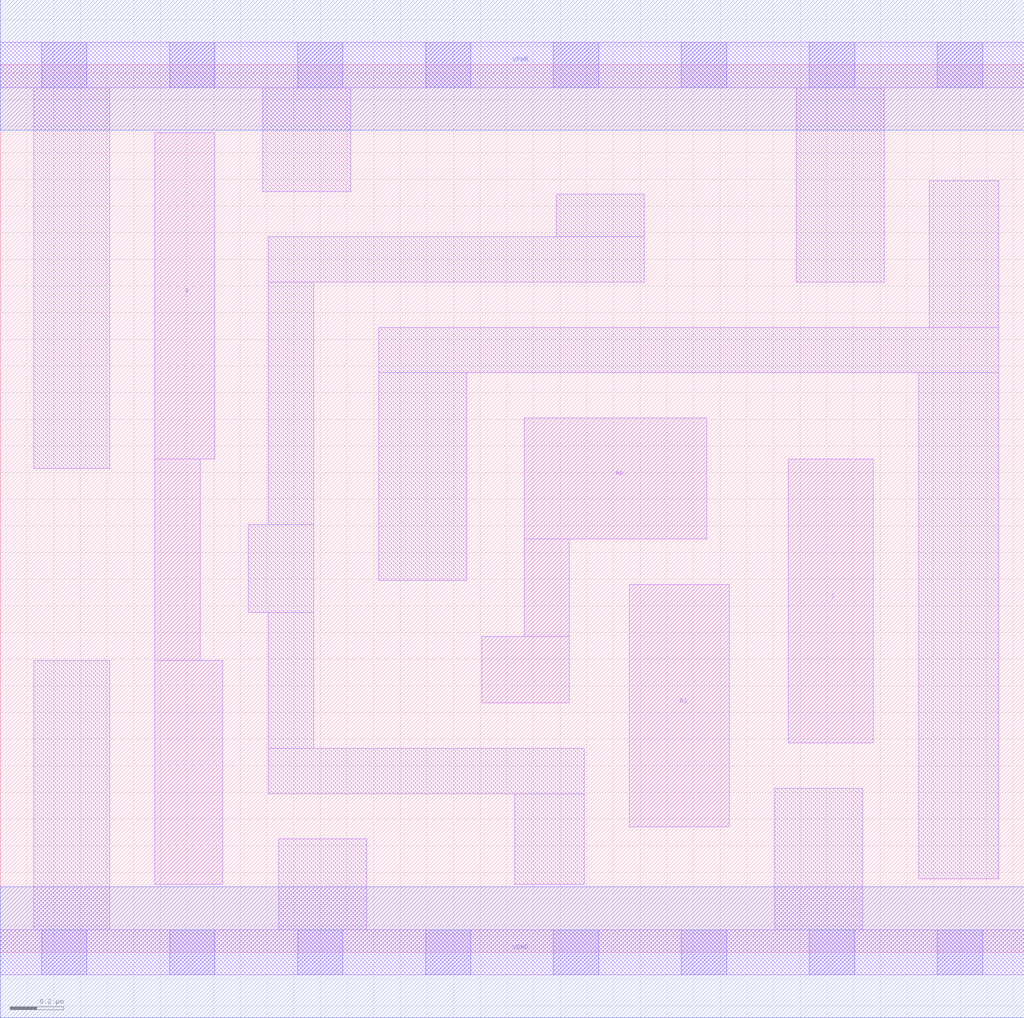
<source format=lef>
# Copyright 2020 The SkyWater PDK Authors
#
# Licensed under the Apache License, Version 2.0 (the "License");
# you may not use this file except in compliance with the License.
# You may obtain a copy of the License at
#
#     https://www.apache.org/licenses/LICENSE-2.0
#
# Unless required by applicable law or agreed to in writing, software
# distributed under the License is distributed on an "AS IS" BASIS,
# WITHOUT WARRANTIES OR CONDITIONS OF ANY KIND, either express or implied.
# See the License for the specific language governing permissions and
# limitations under the License.
#
# SPDX-License-Identifier: Apache-2.0

VERSION 5.7 ;
  NAMESCASESENSITIVE ON ;
  NOWIREEXTENSIONATPIN ON ;
  DIVIDERCHAR "/" ;
  BUSBITCHARS "[]" ;
UNITS
  DATABASE MICRONS 200 ;
END UNITS
MACRO sky130_fd_sc_lp__mux2_2
  CLASS CORE ;
  FOREIGN sky130_fd_sc_lp__mux2_2 ;
  ORIGIN  0.000000  0.000000 ;
  SIZE  3.840000 BY  3.330000 ;
  SYMMETRY X Y R90 ;
  SITE unit ;
  PIN A0
    ANTENNAGATEAREA  0.159000 ;
    DIRECTION INPUT ;
    USE SIGNAL ;
    PORT
      LAYER li1 ;
        RECT 1.805000 0.935000 2.135000 1.185000 ;
        RECT 1.965000 1.185000 2.135000 1.550000 ;
        RECT 1.965000 1.550000 2.650000 2.005000 ;
    END
  END A0
  PIN A1
    ANTENNAGATEAREA  0.159000 ;
    DIRECTION INPUT ;
    USE SIGNAL ;
    PORT
      LAYER li1 ;
        RECT 2.360000 0.470000 2.735000 1.380000 ;
    END
  END A1
  PIN S
    ANTENNAGATEAREA  0.318000 ;
    DIRECTION INPUT ;
    USE SIGNAL ;
    PORT
      LAYER li1 ;
        RECT 2.955000 0.785000 3.275000 1.850000 ;
    END
  END S
  PIN X
    ANTENNADIFFAREA  0.588000 ;
    DIRECTION OUTPUT ;
    USE SIGNAL ;
    PORT
      LAYER li1 ;
        RECT 0.580000 0.255000 0.835000 1.095000 ;
        RECT 0.580000 1.095000 0.750000 1.850000 ;
        RECT 0.580000 1.850000 0.805000 3.075000 ;
    END
  END X
  PIN VGND
    DIRECTION INOUT ;
    USE GROUND ;
    PORT
      LAYER met1 ;
        RECT 0.000000 -0.245000 3.840000 0.245000 ;
    END
  END VGND
  PIN VPWR
    DIRECTION INOUT ;
    USE POWER ;
    PORT
      LAYER met1 ;
        RECT 0.000000 3.085000 3.840000 3.575000 ;
    END
  END VPWR
  OBS
    LAYER li1 ;
      RECT 0.000000 -0.085000 3.840000 0.085000 ;
      RECT 0.000000  3.245000 3.840000 3.415000 ;
      RECT 0.125000  0.085000 0.410000 1.095000 ;
      RECT 0.125000  1.815000 0.410000 3.245000 ;
      RECT 0.930000  1.275000 1.175000 1.605000 ;
      RECT 0.985000  2.855000 1.315000 3.245000 ;
      RECT 1.005000  0.595000 2.190000 0.765000 ;
      RECT 1.005000  0.765000 1.175000 1.275000 ;
      RECT 1.005000  1.605000 1.175000 2.515000 ;
      RECT 1.005000  2.515000 2.415000 2.685000 ;
      RECT 1.045000  0.085000 1.375000 0.425000 ;
      RECT 1.420000  1.395000 1.750000 2.175000 ;
      RECT 1.420000  2.175000 3.745000 2.345000 ;
      RECT 1.930000  0.255000 2.190000 0.595000 ;
      RECT 2.085000  2.685000 2.415000 2.845000 ;
      RECT 2.905000  0.085000 3.235000 0.615000 ;
      RECT 2.985000  2.515000 3.315000 3.245000 ;
      RECT 3.445000  0.275000 3.745000 2.175000 ;
      RECT 3.485000  2.345000 3.745000 2.895000 ;
    LAYER mcon ;
      RECT 0.155000 -0.085000 0.325000 0.085000 ;
      RECT 0.155000  3.245000 0.325000 3.415000 ;
      RECT 0.635000 -0.085000 0.805000 0.085000 ;
      RECT 0.635000  3.245000 0.805000 3.415000 ;
      RECT 1.115000 -0.085000 1.285000 0.085000 ;
      RECT 1.115000  3.245000 1.285000 3.415000 ;
      RECT 1.595000 -0.085000 1.765000 0.085000 ;
      RECT 1.595000  3.245000 1.765000 3.415000 ;
      RECT 2.075000 -0.085000 2.245000 0.085000 ;
      RECT 2.075000  3.245000 2.245000 3.415000 ;
      RECT 2.555000 -0.085000 2.725000 0.085000 ;
      RECT 2.555000  3.245000 2.725000 3.415000 ;
      RECT 3.035000 -0.085000 3.205000 0.085000 ;
      RECT 3.035000  3.245000 3.205000 3.415000 ;
      RECT 3.515000 -0.085000 3.685000 0.085000 ;
      RECT 3.515000  3.245000 3.685000 3.415000 ;
  END
END sky130_fd_sc_lp__mux2_2
END LIBRARY

</source>
